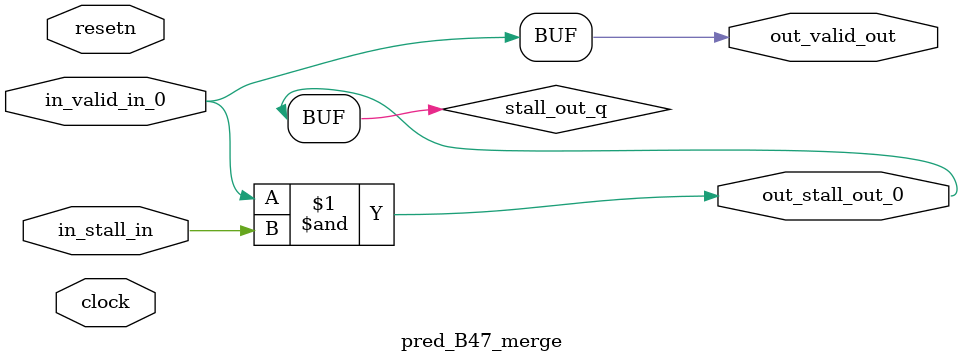
<source format=sv>



(* altera_attribute = "-name AUTO_SHIFT_REGISTER_RECOGNITION OFF; -name MESSAGE_DISABLE 10036; -name MESSAGE_DISABLE 10037; -name MESSAGE_DISABLE 14130; -name MESSAGE_DISABLE 14320; -name MESSAGE_DISABLE 15400; -name MESSAGE_DISABLE 14130; -name MESSAGE_DISABLE 10036; -name MESSAGE_DISABLE 12020; -name MESSAGE_DISABLE 12030; -name MESSAGE_DISABLE 12010; -name MESSAGE_DISABLE 12110; -name MESSAGE_DISABLE 14320; -name MESSAGE_DISABLE 13410; -name MESSAGE_DISABLE 113007; -name MESSAGE_DISABLE 10958" *)
module pred_B47_merge (
    input wire [0:0] in_stall_in,
    input wire [0:0] in_valid_in_0,
    output wire [0:0] out_stall_out_0,
    output wire [0:0] out_valid_out,
    input wire clock,
    input wire resetn
    );

    wire [0:0] stall_out_q;


    // stall_out(LOGICAL,6)
    assign stall_out_q = in_valid_in_0 & in_stall_in;

    // out_stall_out_0(GPOUT,4)
    assign out_stall_out_0 = stall_out_q;

    // out_valid_out(GPOUT,5)
    assign out_valid_out = in_valid_in_0;

endmodule

</source>
